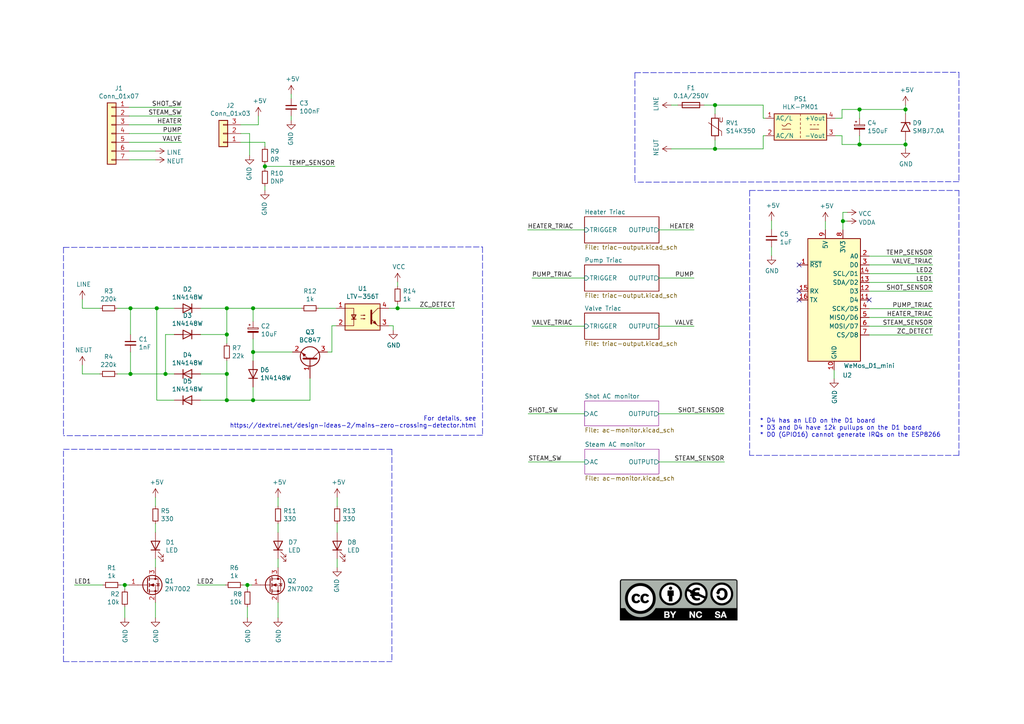
<source format=kicad_sch>
(kicad_sch (version 20201015) (generator eeschema)
  (page 1 6)
  (paper "A4")
  (lib_symbols
    (symbol "Connector_Generic:Conn_01x03" (pin_names (offset 1.016) hide)
      (property "Reference" "J" (at 0 5.08 0))
      (property "Value" "Conn_01x03" (at 0 -5.08 0))
      (symbol "Conn_01x03_1_1"
        (rectangle (start -1.27 -2.413) (end 0 -2.667) (stroke (width 0.1524)))
        (rectangle (start -1.27 2.667) (end 0 2.413) (stroke (width 0.1524)))
        (rectangle (start -1.27 3.81) (end 1.27 -3.81) (stroke (width 0.254)) (fill (type background)))
        (rectangle (start -1.27 0.127) (end 0 -0.127) (stroke (width 0.1524)))
        (pin passive line (at -5.08 2.54 0) (length 3.81) (name "Pin_1") (number "1"))
        (pin passive line (at -5.08 0 0) (length 3.81) (name "Pin_2") (number "2"))
        (pin passive line (at -5.08 -2.54 0) (length 3.81) (name "Pin_3") (number "3"))
      )
    )
    (symbol "Connector_Generic:Conn_01x07" (pin_names (offset 1.016) hide)
      (property "Reference" "J" (at 0 10.16 0))
      (property "Value" "Conn_01x07" (at 0 -10.16 0))
      (symbol "Conn_01x07_1_1"
        (rectangle (start -1.27 -4.953) (end 0 -5.207) (stroke (width 0.1524)))
        (rectangle (start -1.27 -7.493) (end 0 -7.747) (stroke (width 0.1524)))
        (rectangle (start -1.27 -2.413) (end 0 -2.667) (stroke (width 0.1524)))
        (rectangle (start -1.27 2.667) (end 0 2.413) (stroke (width 0.1524)))
        (rectangle (start -1.27 5.207) (end 0 4.953) (stroke (width 0.1524)))
        (rectangle (start -1.27 7.747) (end 0 7.493) (stroke (width 0.1524)))
        (rectangle (start -1.27 8.89) (end 1.27 -8.89) (stroke (width 0.254)) (fill (type background)))
        (rectangle (start -1.27 0.127) (end 0 -0.127) (stroke (width 0.1524)))
        (pin passive line (at -5.08 7.62 0) (length 3.81) (name "Pin_1") (number "1"))
        (pin passive line (at -5.08 5.08 0) (length 3.81) (name "Pin_2") (number "2"))
        (pin passive line (at -5.08 2.54 0) (length 3.81) (name "Pin_3") (number "3"))
        (pin passive line (at -5.08 0 0) (length 3.81) (name "Pin_4") (number "4"))
        (pin passive line (at -5.08 -2.54 0) (length 3.81) (name "Pin_5") (number "5"))
        (pin passive line (at -5.08 -5.08 0) (length 3.81) (name "Pin_6") (number "6"))
        (pin passive line (at -5.08 -7.62 0) (length 3.81) (name "Pin_7") (number "7"))
      )
    )
    (symbol "Converter_ACDC:HLK-PM01"
      (property "Reference" "PS" (at 0 5.08 0))
      (property "Value" "HLK-PM01" (at 0 -5.08 0))
      (symbol "HLK-PM01_0_1"
        (arc (start -5.334 0.635) (end -4.064 0.635) (radius (at -4.699 0.9652) (length 0.7112) (angles -152.5 -27.5)))
        (arc (start -2.794 0.635) (end -4.064 0.635) (radius (at -3.429 0.2794) (length 0.7366) (angles 29.2 150.8)))
        (rectangle (start -7.62 3.81) (end 7.62 -3.81) (stroke (width 0.254)) (fill (type background)))
        (polyline (pts (xy -5.334 -0.635) (xy -2.794 -0.635)))
        (polyline (pts (xy 0 -2.54) (xy 0 -3.175)))
        (polyline (pts (xy 0 -1.27) (xy 0 -1.905)))
        (polyline (pts (xy 0 0) (xy 0 -0.635)))
        (polyline (pts (xy 0 1.27) (xy 0 0.635)))
        (polyline (pts (xy 0 2.54) (xy 0 1.905)))
        (polyline (pts (xy 0 3.81) (xy 0 3.175)))
        (polyline (pts (xy 2.794 -0.635) (xy 5.334 -0.635)))
        (polyline (pts (xy 2.794 0.635) (xy 3.302 0.635)))
        (polyline (pts (xy 3.81 0.635) (xy 4.318 0.635)))
        (polyline (pts (xy 4.826 0.635) (xy 5.334 0.635)))
      )
      (symbol "HLK-PM01_1_1"
        (pin power_in line (at -10.16 2.54 0) (length 2.54) (name "AC/L") (number "1"))
        (pin power_in line (at -10.16 -2.54 0) (length 2.54) (name "AC/N") (number "2"))
        (pin power_out line (at 10.16 -2.54 180) (length 2.54) (name "-Vout") (number "3"))
        (pin power_out line (at 10.16 2.54 180) (length 2.54) (name "+Vout") (number "4"))
      )
    )
    (symbol "Device:CP_Small" (pin_numbers hide) (pin_names (offset 0.254) hide)
      (property "Reference" "C" (at 0.254 1.778 0))
      (property "Value" "CP_Small" (at 0.254 -2.032 0))
      (symbol "CP_Small_0_1"
        (rectangle (start -1.524 -0.3048) (end 1.524 -0.6858) (fill (type outline)))
        (rectangle (start -1.524 0.6858) (end 1.524 0.3048))
        (polyline (pts (xy -1.27 1.524) (xy -0.762 1.524)))
        (polyline (pts (xy -1.016 1.27) (xy -1.016 1.778)))
      )
      (symbol "CP_Small_1_1"
        (pin passive line (at 0 2.54 270) (length 1.8542) (name "~") (number "1"))
        (pin passive line (at 0 -2.54 90) (length 1.8542) (name "~") (number "2"))
      )
    )
    (symbol "Device:C_Small" (pin_numbers hide) (pin_names (offset 0.254) hide)
      (property "Reference" "C" (at 0.254 1.778 0))
      (property "Value" "C_Small" (at 0.254 -2.032 0))
      (symbol "C_Small_0_1"
        (polyline (pts (xy -1.524 -0.508) (xy 1.524 -0.508)) (stroke (width 0.3302)))
        (polyline (pts (xy -1.524 0.508) (xy 1.524 0.508)) (stroke (width 0.3048)))
      )
      (symbol "C_Small_1_1"
        (pin passive line (at 0 2.54 270) (length 2.032) (name "~") (number "1"))
        (pin passive line (at 0 -2.54 90) (length 2.032) (name "~") (number "2"))
      )
    )
    (symbol "Device:Fuse" (pin_numbers hide) (pin_names (offset 0))
      (property "Reference" "F" (at 2.032 0 90))
      (property "Value" "Fuse" (at -1.905 0 90))
      (symbol "Fuse_0_1"
        (rectangle (start -0.762 -2.54) (end 0.762 2.54) (stroke (width 0.254)))
        (polyline (pts (xy 0 2.54) (xy 0 -2.54)))
      )
      (symbol "Fuse_1_1"
        (pin passive line (at 0 3.81 270) (length 1.27) (name "~") (number "1"))
        (pin passive line (at 0 -3.81 90) (length 1.27) (name "~") (number "2"))
      )
    )
    (symbol "Device:LED" (pin_numbers hide) (pin_names (offset 1.016) hide)
      (property "Reference" "D" (at 0 2.54 0))
      (property "Value" "LED" (at 0 -2.54 0))
      (symbol "LED_0_1"
        (polyline (pts (xy -1.27 -1.27) (xy -1.27 1.27)) (stroke (width 0.254)))
        (polyline (pts (xy -1.27 0) (xy 1.27 0)))
        (polyline (pts (xy 1.27 -1.27) (xy 1.27 1.27) (xy -1.27 0) (xy 1.27 -1.27)) (stroke (width 0.254)))
        (polyline (pts (xy -3.048 -0.762) (xy -4.572 -2.286) (xy -3.81 -2.286) (xy -4.572 -2.286) (xy -4.572 -1.524)))
        (polyline (pts (xy -1.778 -0.762) (xy -3.302 -2.286) (xy -2.54 -2.286) (xy -3.302 -2.286) (xy -3.302 -1.524)))
      )
      (symbol "LED_1_1"
        (pin passive line (at -3.81 0 0) (length 2.54) (name "K") (number "1"))
        (pin passive line (at 3.81 0 180) (length 2.54) (name "A") (number "2"))
      )
    )
    (symbol "Device:R_Small" (pin_numbers hide) (pin_names (offset 0.254) hide)
      (property "Reference" "R" (at 0.762 0.508 0))
      (property "Value" "R_Small" (at 0.762 -1.016 0))
      (symbol "R_Small_0_1"
        (rectangle (start -0.762 1.778) (end 0.762 -1.778) (stroke (width 0.2032)))
      )
      (symbol "R_Small_1_1"
        (pin passive line (at 0 2.54 270) (length 0.762) (name "~") (number "1"))
        (pin passive line (at 0 -2.54 90) (length 0.762) (name "~") (number "2"))
      )
    )
    (symbol "Device:Varistor" (pin_numbers hide) (pin_names (offset 0))
      (property "Reference" "RV" (at 3.175 0 90))
      (property "Value" "Varistor" (at -3.175 0 90))
      (symbol "Varistor_0_0"
        (text "U" (at -1.778 -2.032 0) (effects (font (size 1.27 1.27))))
      )
      (symbol "Varistor_0_1"
        (rectangle (start -1.016 -2.54) (end 1.016 2.54) (stroke (width 0.254)))
        (polyline (pts (xy -1.905 2.54) (xy -1.905 1.27) (xy 1.905 -1.27)))
      )
      (symbol "Varistor_1_1"
        (pin passive line (at 0 3.81 270) (length 1.27) (name "~") (number "1"))
        (pin passive line (at 0 -3.81 90) (length 1.27) (name "~") (number "2"))
      )
    )
    (symbol "Diode:1N4148W" (pin_numbers hide) (pin_names (offset 1.016) hide)
      (property "Reference" "D" (at 0 2.54 0))
      (property "Value" "1N4148W" (at 0 -2.54 0))
      (symbol "1N4148W_0_1"
        (polyline (pts (xy -1.27 1.27) (xy -1.27 -1.27)) (stroke (width 0.254)))
        (polyline (pts (xy 1.27 0) (xy -1.27 0)))
        (polyline (pts (xy 1.27 1.27) (xy 1.27 -1.27) (xy -1.27 0) (xy 1.27 1.27)) (stroke (width 0.254)))
      )
      (symbol "1N4148W_1_1"
        (pin passive line (at -3.81 0 0) (length 2.54) (name "K") (number "1"))
        (pin passive line (at 3.81 0 180) (length 2.54) (name "A") (number "2"))
      )
    )
    (symbol "Diode:SM6T7V5A" (pin_numbers hide) (pin_names (offset 1.016) hide)
      (property "Reference" "D" (at 0 2.54 0))
      (property "Value" "SM6T7V5A" (at 0 -2.54 0))
      (symbol "SM6T7V5A_0_1"
        (polyline (pts (xy -0.762 1.27) (xy -1.27 1.27) (xy -1.27 -1.27)) (stroke (width 0.254)))
        (polyline (pts (xy 1.27 1.27) (xy 1.27 -1.27) (xy -1.27 0) (xy 1.27 1.27)) (stroke (width 0.254)))
      )
      (symbol "SM6T7V5A_1_1"
        (pin passive line (at -3.81 0 0) (length 2.54) (name "A1") (number "1"))
        (pin passive line (at 3.81 0 180) (length 2.54) (name "A2") (number "2"))
      )
    )
    (symbol "Isolator:LTV-356T" (pin_names (offset 1.016))
      (property "Reference" "U" (at -5.334 4.826 0))
      (property "Value" "LTV-356T" (at 0 5.08 0))
      (symbol "LTV-356T_0_1"
        (rectangle (start -5.08 3.81) (end 5.08 -3.81) (stroke (width 0.254)) (fill (type background)))
        (polyline (pts (xy -3.175 -0.635) (xy -1.905 -0.635)) (stroke (width 0.254)))
        (polyline (pts (xy 2.54 0.635) (xy 4.445 2.54)))
        (polyline (pts (xy 4.445 -2.54) (xy 2.54 -0.635)) (fill (type outline)))
        (polyline (pts (xy 4.445 -2.54) (xy 5.08 -2.54)))
        (polyline (pts (xy 4.445 2.54) (xy 5.08 2.54)))
        (polyline (pts (xy -5.08 2.54) (xy -2.54 2.54) (xy -2.54 -0.762)))
        (polyline (pts (xy -2.54 -0.635) (xy -2.54 -2.54) (xy -5.08 -2.54)))
        (polyline (pts (xy 2.54 1.905) (xy 2.54 -1.905) (xy 2.54 -1.905)) (stroke (width 0.508)))
        (polyline (pts (xy -2.54 -0.635) (xy -3.175 0.635) (xy -1.905 0.635) (xy -2.54 -0.635)) (stroke (width 0.254)))
        (polyline (pts (xy -0.508 -0.508) (xy 0.762 -0.508) (xy 0.381 -0.635) (xy 0.381 -0.381) (xy 0.762 -0.508)))
        (polyline (pts (xy -0.508 0.508) (xy 0.762 0.508) (xy 0.381 0.381) (xy 0.381 0.635) (xy 0.762 0.508)))
        (polyline (pts (xy 3.048 -1.651) (xy 3.556 -1.143) (xy 4.064 -2.159) (xy 3.048 -1.651) (xy 3.048 -1.651)) (fill (type outline)))
      )
      (symbol "LTV-356T_1_1"
        (pin passive line (at -7.62 2.54 0) (length 2.54) (name "~") (number "1"))
        (pin passive line (at -7.62 -2.54 0) (length 2.54) (name "~") (number "2"))
        (pin passive line (at 7.62 -2.54 180) (length 2.54) (name "~") (number "3"))
        (pin passive line (at 7.62 2.54 180) (length 2.54) (name "~") (number "4"))
      )
    )
    (symbol "MCU_Module:WeMos_D1_mini"
      (property "Reference" "U" (at 3.81 19.05 0))
      (property "Value" "WeMos_D1_mini" (at 1.27 -19.05 0))
      (symbol "WeMos_D1_mini_1_1"
        (rectangle (start -7.62 17.78) (end 7.62 -17.78) (stroke (width 0.254)) (fill (type background)))
        (pin input line (at -10.16 10.16 0) (length 2.54) (name "~RST") (number "1"))
        (pin power_in line (at 0 -20.32 90) (length 2.54) (name "GND") (number "10"))
        (pin bidirectional line (at 10.16 0 180) (length 2.54) (name "D4") (number "11"))
        (pin bidirectional line (at 10.16 2.54 180) (length 2.54) (name "D3") (number "12"))
        (pin bidirectional line (at 10.16 5.08 180) (length 2.54) (name "SDA/D2") (number "13"))
        (pin bidirectional line (at 10.16 7.62 180) (length 2.54) (name "SCL/D1") (number "14"))
        (pin input line (at -10.16 2.54 0) (length 2.54) (name "RX") (number "15"))
        (pin output line (at -10.16 0 0) (length 2.54) (name "TX") (number "16"))
        (pin input line (at 10.16 12.7 180) (length 2.54) (name "A0") (number "2"))
        (pin bidirectional line (at 10.16 10.16 180) (length 2.54) (name "D0") (number "3"))
        (pin bidirectional line (at 10.16 -2.54 180) (length 2.54) (name "SCK/D5") (number "4"))
        (pin bidirectional line (at 10.16 -5.08 180) (length 2.54) (name "MISO/D6") (number "5"))
        (pin bidirectional line (at 10.16 -7.62 180) (length 2.54) (name "MOSI/D7") (number "6"))
        (pin bidirectional line (at 10.16 -10.16 180) (length 2.54) (name "CS/D8") (number "7"))
        (pin power_out line (at 2.54 20.32 270) (length 2.54) (name "3V3") (number "8"))
        (pin power_in line (at -2.54 20.32 270) (length 2.54) (name "5V") (number "9"))
      )
    )
    (symbol "Transistor_BJT:BC847" (pin_names (offset 0) hide)
      (property "Reference" "Q" (at 5.08 1.905 0))
      (property "Value" "BC847" (at 5.08 0 0))
      (symbol "BC847_0_1"
        (circle (center 1.27 0) (radius 2.8194) (stroke (width 0.254)))
        (polyline (pts (xy 0.635 0.635) (xy 2.54 2.54)))
        (polyline (pts (xy 0.635 -0.635) (xy 2.54 -2.54) (xy 2.54 -2.54)))
        (polyline (pts (xy 0.635 1.905) (xy 0.635 -1.905) (xy 0.635 -1.905)) (stroke (width 0.508)))
        (polyline (pts (xy 1.27 -1.778) (xy 1.778 -1.27) (xy 2.286 -2.286) (xy 1.27 -1.778) (xy 1.27 -1.778)) (fill (type outline)))
      )
      (symbol "BC847_1_1"
        (pin input line (at -5.08 0 0) (length 5.715) (name "B") (number "1"))
        (pin passive line (at 2.54 -5.08 90) (length 2.54) (name "E") (number "2"))
        (pin passive line (at 2.54 5.08 270) (length 2.54) (name "C") (number "3"))
      )
    )
    (symbol "Transistor_FET:2N7002" (pin_names hide)
      (property "Reference" "Q" (at 5.08 1.905 0))
      (property "Value" "2N7002" (at 5.08 0 0))
      (symbol "2N7002_0_1"
        (circle (center 1.651 0) (radius 2.794) (stroke (width 0.254)))
        (circle (center 2.54 -1.778) (radius 0.254) (fill (type outline)))
        (circle (center 2.54 1.778) (radius 0.254) (fill (type outline)))
        (polyline (pts (xy 0.254 0) (xy -2.54 0)))
        (polyline (pts (xy 0.254 1.905) (xy 0.254 -1.905)) (stroke (width 0.254)))
        (polyline (pts (xy 0.762 -1.27) (xy 0.762 -2.286)) (stroke (width 0.254)))
        (polyline (pts (xy 0.762 0.508) (xy 0.762 -0.508)) (stroke (width 0.254)))
        (polyline (pts (xy 0.762 2.286) (xy 0.762 1.27)) (stroke (width 0.254)))
        (polyline (pts (xy 2.54 2.54) (xy 2.54 1.778)))
        (polyline (pts (xy 2.54 -2.54) (xy 2.54 0) (xy 0.762 0)))
        (polyline (pts (xy 0.762 -1.778) (xy 3.302 -1.778) (xy 3.302 1.778) (xy 0.762 1.778)))
        (polyline (pts (xy 1.016 0) (xy 2.032 0.381) (xy 2.032 -0.381) (xy 1.016 0)) (fill (type outline)))
        (polyline (pts (xy 2.794 0.508) (xy 2.921 0.381) (xy 3.683 0.381) (xy 3.81 0.254)))
        (polyline (pts (xy 3.302 0.381) (xy 2.921 -0.254) (xy 3.683 -0.254) (xy 3.302 0.381)))
      )
      (symbol "2N7002_1_1"
        (pin input line (at -5.08 0 0) (length 2.54) (name "G") (number "1"))
        (pin passive line (at 2.54 -5.08 90) (length 2.54) (name "S") (number "2"))
        (pin passive line (at 2.54 5.08 270) (length 2.54) (name "D") (number "3"))
      )
    )
    (symbol "power:+5V" (power) (pin_names (offset 0))
      (property "Value" "+5V" (at 0 3.556 0))
      (symbol "+5V_0_1"
        (polyline (pts (xy -0.762 1.27) (xy 0 2.54)))
        (polyline (pts (xy 0 0) (xy 0 2.54)))
        (polyline (pts (xy 0 2.54) (xy 0.762 1.27)))
      )
      (symbol "+5V_1_1"
        (pin power_in line (at 0 0 90) (length 0) hide (name "+5V") (number "1"))
      )
    )
    (symbol "power:GND" (power) (pin_names (offset 0))
      (property "Value" "GND" (at 0 -3.81 0))
      (symbol "GND_0_1"
        (polyline (pts (xy 0 0) (xy 0 -1.27) (xy 1.27 -1.27) (xy 0 -2.54) (xy -1.27 -1.27) (xy 0 -1.27)))
      )
      (symbol "GND_1_1"
        (pin power_in line (at 0 0 270) (length 0) hide (name "GND") (number "1"))
      )
    )
    (symbol "power:LINE" (power) (pin_names (offset 0))
      (property "Value" "LINE" (at 0 3.81 0))
      (symbol "LINE_0_1"
        (polyline (pts (xy -0.762 1.27) (xy 0 2.54)))
        (polyline (pts (xy 0 0) (xy 0 2.54)))
        (polyline (pts (xy 0 2.54) (xy 0.762 1.27)))
      )
      (symbol "LINE_1_1"
        (pin power_in line (at 0 0 90) (length 0) hide (name "LINE") (number "1"))
      )
    )
    (symbol "power:NEUT" (power) (pin_names (offset 0))
      (property "Value" "NEUT" (at 0 3.81 0))
      (symbol "NEUT_0_1"
        (polyline (pts (xy -0.762 1.27) (xy 0 2.54)))
        (polyline (pts (xy 0 0) (xy 0 2.54)))
        (polyline (pts (xy 0 2.54) (xy 0.762 1.27)))
      )
      (symbol "NEUT_1_1"
        (pin power_in line (at 0 0 90) (length 0) hide (name "NEUT") (number "1"))
      )
    )
    (symbol "power:VCC" (power) (pin_names (offset 0))
      (property "Value" "VCC" (at 0 3.81 0))
      (symbol "VCC_0_1"
        (polyline (pts (xy -0.762 1.27) (xy 0 2.54)))
        (polyline (pts (xy 0 0) (xy 0 2.54)))
        (polyline (pts (xy 0 2.54) (xy 0.762 1.27)))
      )
      (symbol "VCC_1_1"
        (pin power_in line (at 0 0 90) (length 0) hide (name "VCC") (number "1"))
      )
    )
    (symbol "power:VDDA" (power) (pin_names (offset 0))
      (property "Value" "VDDA" (at 0 3.81 0))
      (symbol "VDDA_0_1"
        (polyline (pts (xy -0.762 1.27) (xy 0 2.54)))
        (polyline (pts (xy 0 0) (xy 0 2.54)))
        (polyline (pts (xy 0 2.54) (xy 0.762 1.27)))
      )
      (symbol "VDDA_1_1"
        (pin power_in line (at 0 0 90) (length 0) hide (name "VDDA") (number "1"))
      )
    )
  )
  (junction (at 36.195 169.672) (diameter 1.016))
  (junction (at 37.846 89.408) (diameter 1.016))
  (junction (at 37.846 108.458) (diameter 1.016))
  (junction (at 45.466 89.408) (diameter 1.016))
  (junction (at 48.006 108.458) (diameter 1.016))
  (junction (at 65.786 89.408) (diameter 1.016))
  (junction (at 65.786 97.028) (diameter 1.016))
  (junction (at 65.786 108.458) (diameter 1.016))
  (junction (at 65.786 116.078) (diameter 1.016))
  (junction (at 71.755 169.672) (diameter 1.016))
  (junction (at 73.406 89.408) (diameter 1.016))
  (junction (at 73.406 102.108) (diameter 1.016))
  (junction (at 73.406 116.078) (diameter 1.016))
  (junction (at 76.835 48.26) (diameter 1.016))
  (junction (at 115.316 89.408) (diameter 1.016))
  (junction (at 207.391 30.48) (diameter 1.016))
  (junction (at 207.391 43.18) (diameter 1.016))
  (junction (at 244.475 64.135) (diameter 1.016))
  (junction (at 249.301 31.75) (diameter 1.016))
  (junction (at 249.301 41.91) (diameter 1.016))
  (junction (at 262.636 31.75) (diameter 1.016))
  (junction (at 262.636 41.91) (diameter 1.016))
  (no_connect (at 231.775 86.995))
  (no_connect (at 231.775 84.455))
  (no_connect (at 231.775 76.835))
  (no_connect (at 252.095 86.995))
  (wire (pts (xy 21.59 169.672) (xy 29.845 169.672)))
  (wire (pts (xy 23.876 89.408) (xy 23.876 86.868)))
  (wire (pts (xy 23.876 108.458) (xy 23.876 105.918)))
  (wire (pts (xy 28.956 89.408) (xy 23.876 89.408)))
  (wire (pts (xy 28.956 108.458) (xy 23.876 108.458)))
  (wire (pts (xy 34.036 89.408) (xy 37.846 89.408)))
  (wire (pts (xy 34.036 108.458) (xy 37.846 108.458)))
  (wire (pts (xy 34.925 169.672) (xy 36.195 169.672)))
  (wire (pts (xy 36.195 169.672) (xy 37.465 169.672)))
  (wire (pts (xy 36.195 170.942) (xy 36.195 169.672)))
  (wire (pts (xy 36.195 176.022) (xy 36.195 179.197)))
  (wire (pts (xy 37.465 31.115) (xy 52.705 31.115)))
  (wire (pts (xy 37.465 33.655) (xy 52.705 33.655)))
  (wire (pts (xy 37.465 36.195) (xy 52.705 36.195)))
  (wire (pts (xy 37.465 38.735) (xy 52.705 38.735)))
  (wire (pts (xy 37.465 41.275) (xy 52.705 41.275)))
  (wire (pts (xy 37.465 43.815) (xy 45.085 43.815)))
  (wire (pts (xy 37.465 46.355) (xy 45.085 46.355)))
  (wire (pts (xy 37.846 89.408) (xy 37.846 97.028)))
  (wire (pts (xy 37.846 89.408) (xy 45.466 89.408)))
  (wire (pts (xy 37.846 102.108) (xy 37.846 108.458)))
  (wire (pts (xy 37.846 108.458) (xy 48.006 108.458)))
  (wire (pts (xy 45.085 144.272) (xy 45.085 146.812)))
  (wire (pts (xy 45.085 151.892) (xy 45.085 154.432)))
  (wire (pts (xy 45.085 162.052) (xy 45.085 164.592)))
  (wire (pts (xy 45.085 174.752) (xy 45.085 179.197)))
  (wire (pts (xy 45.466 89.408) (xy 50.546 89.408)))
  (wire (pts (xy 45.466 116.078) (xy 45.466 89.408)))
  (wire (pts (xy 45.466 116.078) (xy 50.546 116.078)))
  (wire (pts (xy 48.006 97.028) (xy 50.546 97.028)))
  (wire (pts (xy 48.006 108.458) (xy 48.006 97.028)))
  (wire (pts (xy 48.006 108.458) (xy 50.546 108.458)))
  (wire (pts (xy 57.15 169.672) (xy 65.405 169.672)))
  (wire (pts (xy 58.166 89.408) (xy 65.786 89.408)))
  (wire (pts (xy 58.166 97.028) (xy 65.786 97.028)))
  (wire (pts (xy 58.166 108.458) (xy 65.786 108.458)))
  (wire (pts (xy 58.166 116.078) (xy 65.786 116.078)))
  (wire (pts (xy 65.786 89.408) (xy 65.786 97.028)))
  (wire (pts (xy 65.786 89.408) (xy 73.406 89.408)))
  (wire (pts (xy 65.786 97.028) (xy 65.786 99.568)))
  (wire (pts (xy 65.786 108.458) (xy 65.786 104.648)))
  (wire (pts (xy 65.786 116.078) (xy 65.786 108.458)))
  (wire (pts (xy 65.786 116.078) (xy 73.406 116.078)))
  (wire (pts (xy 69.85 36.195) (xy 74.93 36.195)))
  (wire (pts (xy 69.85 38.735) (xy 72.39 38.735)))
  (wire (pts (xy 69.85 41.275) (xy 76.835 41.275)))
  (wire (pts (xy 70.485 169.672) (xy 71.755 169.672)))
  (wire (pts (xy 71.755 169.672) (xy 73.025 169.672)))
  (wire (pts (xy 71.755 170.942) (xy 71.755 169.672)))
  (wire (pts (xy 71.755 176.022) (xy 71.755 179.197)))
  (wire (pts (xy 72.39 38.735) (xy 72.39 45.085)))
  (wire (pts (xy 73.406 89.408) (xy 73.406 93.218)))
  (wire (pts (xy 73.406 89.408) (xy 87.376 89.408)))
  (wire (pts (xy 73.406 98.298) (xy 73.406 102.108)))
  (wire (pts (xy 73.406 102.108) (xy 73.406 104.648)))
  (wire (pts (xy 73.406 116.078) (xy 73.406 112.268)))
  (wire (pts (xy 73.406 116.078) (xy 89.916 116.078)))
  (wire (pts (xy 74.93 36.195) (xy 74.93 33.655)))
  (wire (pts (xy 76.835 41.275) (xy 76.835 42.545)))
  (wire (pts (xy 76.835 47.625) (xy 76.835 48.26)))
  (wire (pts (xy 76.835 48.26) (xy 76.835 48.895)))
  (wire (pts (xy 76.835 48.26) (xy 97.155 48.26)))
  (wire (pts (xy 76.835 53.975) (xy 76.835 55.245)))
  (wire (pts (xy 80.645 144.272) (xy 80.645 146.812)))
  (wire (pts (xy 80.645 151.892) (xy 80.645 154.432)))
  (wire (pts (xy 80.645 162.052) (xy 80.645 164.592)))
  (wire (pts (xy 80.645 174.752) (xy 80.645 179.197)))
  (wire (pts (xy 84.455 27.305) (xy 84.455 28.575)))
  (wire (pts (xy 84.455 33.655) (xy 84.455 34.925)))
  (wire (pts (xy 84.836 102.108) (xy 73.406 102.108)))
  (wire (pts (xy 89.916 116.078) (xy 89.916 109.728)))
  (wire (pts (xy 92.456 89.408) (xy 97.536 89.408)))
  (wire (pts (xy 94.996 102.108) (xy 96.266 102.108)))
  (wire (pts (xy 96.266 94.488) (xy 97.536 94.488)))
  (wire (pts (xy 96.266 102.108) (xy 96.266 94.488)))
  (wire (pts (xy 97.79 144.272) (xy 97.79 146.812)))
  (wire (pts (xy 97.79 151.892) (xy 97.79 154.432)))
  (wire (pts (xy 97.79 162.052) (xy 97.79 164.592)))
  (wire (pts (xy 112.776 89.408) (xy 115.316 89.408)))
  (wire (pts (xy 112.776 94.488) (xy 114.046 94.488)))
  (wire (pts (xy 114.046 94.488) (xy 114.046 95.758)))
  (wire (pts (xy 115.316 83.058) (xy 115.316 81.788)))
  (wire (pts (xy 115.316 88.138) (xy 115.316 89.408)))
  (wire (pts (xy 115.316 89.408) (xy 131.826 89.408)))
  (wire (pts (xy 153.035 66.675) (xy 169.545 66.675)))
  (wire (pts (xy 153.1874 120.015) (xy 169.545 120.015)))
  (wire (pts (xy 153.2382 133.985) (xy 169.5958 133.985)))
  (wire (pts (xy 169.545 80.645) (xy 154.305 80.645)))
  (wire (pts (xy 169.545 94.615) (xy 154.305 94.615)))
  (wire (pts (xy 191.0842 120.015) (xy 210.0834 120.015)))
  (wire (pts (xy 191.135 66.675) (xy 201.295 66.675)))
  (wire (pts (xy 191.135 80.645) (xy 201.295 80.645)))
  (wire (pts (xy 191.135 94.615) (xy 201.295 94.615)))
  (wire (pts (xy 191.135 133.985) (xy 210.1342 133.985)))
  (wire (pts (xy 194.691 30.48) (xy 196.596 30.48)))
  (wire (pts (xy 194.691 43.18) (xy 207.391 43.18)))
  (wire (pts (xy 204.216 30.48) (xy 207.391 30.48)))
  (wire (pts (xy 207.391 30.48) (xy 207.391 33.02)))
  (wire (pts (xy 207.391 30.48) (xy 221.361 30.48)))
  (wire (pts (xy 207.391 40.64) (xy 207.391 43.18)))
  (wire (pts (xy 207.391 43.18) (xy 221.361 43.18)))
  (wire (pts (xy 221.361 34.29) (xy 221.361 30.48)))
  (wire (pts (xy 221.361 34.29) (xy 221.996 34.29)))
  (wire (pts (xy 221.361 39.37) (xy 221.361 43.18)))
  (wire (pts (xy 221.996 39.37) (xy 221.361 39.37)))
  (wire (pts (xy 223.774 64.008) (xy 223.774 66.548)))
  (wire (pts (xy 223.774 71.628) (xy 223.774 74.168)))
  (wire (pts (xy 239.395 64.135) (xy 239.395 66.675)))
  (wire (pts (xy 241.935 107.315) (xy 241.935 109.855)))
  (wire (pts (xy 242.316 34.29) (xy 244.221 34.29)))
  (wire (pts (xy 242.316 39.37) (xy 244.221 39.37)))
  (wire (pts (xy 244.221 31.75) (xy 244.221 34.29)))
  (wire (pts (xy 244.221 31.75) (xy 249.301 31.75)))
  (wire (pts (xy 244.221 39.37) (xy 244.221 41.91)))
  (wire (pts (xy 244.221 41.91) (xy 249.301 41.91)))
  (wire (pts (xy 244.475 61.595) (xy 245.745 61.595)))
  (wire (pts (xy 244.475 64.135) (xy 244.475 61.595)))
  (wire (pts (xy 244.475 64.135) (xy 244.475 66.675)))
  (wire (pts (xy 244.475 64.135) (xy 245.745 64.135)))
  (wire (pts (xy 249.301 31.75) (xy 249.301 34.29)))
  (wire (pts (xy 249.301 31.75) (xy 262.636 31.75)))
  (wire (pts (xy 249.301 39.37) (xy 249.301 41.91)))
  (wire (pts (xy 249.301 41.91) (xy 262.636 41.91)))
  (wire (pts (xy 252.095 74.295) (xy 270.51 74.295)))
  (wire (pts (xy 252.095 76.835) (xy 270.51 76.835)))
  (wire (pts (xy 252.095 79.375) (xy 270.51 79.375)))
  (wire (pts (xy 252.095 81.915) (xy 270.51 81.915)))
  (wire (pts (xy 252.095 84.455) (xy 270.51 84.455)))
  (wire (pts (xy 252.095 89.535) (xy 270.51 89.535)))
  (wire (pts (xy 252.095 92.075) (xy 270.51 92.075)))
  (wire (pts (xy 252.095 94.615) (xy 270.51 94.615)))
  (wire (pts (xy 252.095 97.155) (xy 270.51 97.155)))
  (wire (pts (xy 262.636 31.75) (xy 262.636 30.48)))
  (wire (pts (xy 262.636 33.02) (xy 262.636 31.75)))
  (wire (pts (xy 262.636 40.64) (xy 262.636 41.91)))
  (wire (pts (xy 262.636 41.91) (xy 262.636 43.18)))
  (polyline (pts (xy 18.415 71.755) (xy 18.415 126.365)) (stroke (width 0) (type dash)))
  (polyline (pts (xy 18.415 71.755) (xy 139.954 71.628)) (stroke (width 0) (type dash)))
  (polyline (pts (xy 18.415 130.302) (xy 113.665 130.302)) (stroke (width 0) (type dash)))
  (polyline (pts (xy 18.415 191.897) (xy 18.415 130.302)) (stroke (width 0) (type dash)))
  (polyline (pts (xy 18.415 191.897) (xy 113.665 191.897)) (stroke (width 0) (type dash)))
  (polyline (pts (xy 113.665 130.302) (xy 113.665 191.897)) (stroke (width 0) (type dash)))
  (polyline (pts (xy 139.954 71.628) (xy 139.954 126.238)) (stroke (width 0) (type dash)))
  (polyline (pts (xy 139.954 126.238) (xy 18.415 126.365)) (stroke (width 0) (type dash)))
  (polyline (pts (xy 184.15 21.082) (xy 184.15 52.832)) (stroke (width 0) (type dash)))
  (polyline (pts (xy 184.15 21.082) (xy 278.13 20.955)) (stroke (width 0) (type dash)))
  (polyline (pts (xy 217.424 55.245) (xy 217.424 132.08)) (stroke (width 0) (type dash)))
  (polyline (pts (xy 217.424 55.245) (xy 278.13 55.245)) (stroke (width 0) (type dash)))
  (polyline (pts (xy 278.13 20.955) (xy 278.13 52.705)) (stroke (width 0) (type dash)))
  (polyline (pts (xy 278.13 52.705) (xy 184.15 52.832)) (stroke (width 0) (type dash)))
  (polyline (pts (xy 278.13 55.245) (xy 278.13 132.08)) (stroke (width 0) (type dash)))
  (polyline (pts (xy 278.13 132.08) (xy 217.424 132.08)) (stroke (width 0) (type dash)))
  (image (at 196.85 173.99))
  (text "For details, see\nhttps://dextrel.net/design-ideas-2/mains-zero-crossing-detector.html\n" (at 138.176 124.333 0) (effects (font (size 1.27 1.27)) (justify right bottom)))
  (text "* D4 has an LED on the D1 board\n* D3 and D4 have 12k pullups on the D1 board\n* D0 (GPIO16) cannot generate IRQs on the ESP8266\n" (at 220.345 127 0) (effects (font (size 1.27 1.27)) (justify left bottom)))
  (label "LED1" (at 21.59 169.672 0))
  (label "SHOT_SW" (at 52.705 31.115 180))
  (label "STEAM_SW" (at 52.705 33.655 180))
  (label "HEATER" (at 52.705 36.195 180))
  (label "PUMP" (at 52.705 38.735 180))
  (label "VALVE" (at 52.705 41.275 180))
  (label "LED2" (at 57.15 169.672 0))
  (label "TEMP_SENSOR" (at 97.155 48.26 180))
  (label "ZC_DETECT" (at 121.666 89.408 0))
  (label "HEATER_TRIAC" (at 153.035 66.675 0))
  (label "SHOT_SW" (at 153.1874 120.015 0))
  (label "STEAM_SW" (at 153.2382 133.985 0))
  (label "PUMP_TRIAC" (at 154.305 80.645 0))
  (label "VALVE_TRIAC" (at 154.305 94.615 0))
  (label "HEATER" (at 201.295 66.675 180))
  (label "PUMP" (at 201.295 80.645 180))
  (label "VALVE" (at 201.295 94.615 180))
  (label "SHOT_SENSOR" (at 210.0834 120.015 180))
  (label "STEAM_SENSOR" (at 210.1342 133.985 180))
  (label "TEMP_SENSOR" (at 270.51 74.295 180))
  (label "VALVE_TRIAC" (at 270.51 76.835 180))
  (label "LED2" (at 270.51 79.375 180))
  (label "LED1" (at 270.51 81.915 180))
  (label "SHOT_SENSOR" (at 270.51 84.455 180))
  (label "PUMP_TRIAC" (at 270.51 89.535 180))
  (label "HEATER_TRIAC" (at 270.51 92.075 180))
  (label "STEAM_SENSOR" (at 270.51 94.615 180))
  (label "ZC_DETECT" (at 270.51 97.155 180))
  (symbol (lib_id "power:LINE") (at 23.876 86.868 0) (unit 1)
    (property "Reference" "#PWR01" (effects hide))
    (property "Value" "LINE" (at 24.257 82.4738 0))
  )
  (symbol (lib_id "power:NEUT") (at 23.876 105.918 0) (unit 1)
    (property "Reference" "#PWR02" (effects hide))
    (property "Value" "NEUT" (at 24.257 101.5238 0))
  )
  (symbol (lib_id "power:LINE") (at 45.085 43.815 270) (unit 1)
    (property "Reference" "#PWR06" (effects hide))
    (property "Value" "LINE" (at 48.3362 44.196 90) (effects (justify left)))
  )
  (symbol (lib_id "power:NEUT") (at 45.085 46.355 270) (unit 1)
    (property "Reference" "#PWR07" (effects hide))
    (property "Value" "NEUT" (at 48.3362 46.736 90) (effects (justify left)))
  )
  (symbol (lib_id "power:+5V") (at 45.085 144.272 0) (unit 1)
    (property "Reference" "#PWR04" (effects hide))
    (property "Value" "+5V" (at 45.466 139.8778 0))
  )
  (symbol (lib_id "power:+5V") (at 74.93 33.655 0) (unit 1)
    (property "Reference" "#PWR010" (effects hide))
    (property "Value" "+5V" (at 75.311 29.2608 0))
  )
  (symbol (lib_id "power:+5V") (at 80.645 144.272 0) (unit 1)
    (property "Reference" "#PWR012" (effects hide))
    (property "Value" "+5V" (at 81.026 139.8778 0))
  )
  (symbol (lib_id "power:+5V") (at 84.455 27.305 0) (unit 1)
    (property "Reference" "#PWR014" (effects hide))
    (property "Value" "+5V" (at 84.836 22.9108 0))
  )
  (symbol (lib_id "power:+5V") (at 97.79 144.272 0) (unit 1)
    (property "Reference" "#PWR016" (effects hide))
    (property "Value" "+5V" (at 98.171 139.8778 0))
  )
  (symbol (lib_id "power:VCC") (at 115.316 81.788 0) (unit 1)
    (property "Reference" "#PWR019" (effects hide))
    (property "Value" "VCC" (at 115.697 77.3938 0))
  )
  (symbol (lib_id "power:LINE") (at 194.691 30.48 90) (unit 1)
    (property "Reference" "#PWR020" (effects hide))
    (property "Value" "LINE" (at 190.2968 30.099 0))
  )
  (symbol (lib_id "power:NEUT") (at 194.691 43.18 90) (unit 1)
    (property "Reference" "#PWR021" (effects hide))
    (property "Value" "NEUT" (at 190.2968 42.799 0))
  )
  (symbol (lib_id "power:+5V") (at 223.774 64.008 0) (unit 1)
    (property "Reference" "#PWR0102" (effects hide))
    (property "Value" "+5V" (at 224.155 59.6138 0))
  )
  (symbol (lib_id "power:+5V") (at 239.395 64.135 0) (unit 1)
    (property "Reference" "#PWR022" (effects hide))
    (property "Value" "+5V" (at 239.776 59.7408 0))
  )
  (symbol (lib_id "power:VCC") (at 245.745 61.595 270) (unit 1)
    (property "Reference" "#PWR024" (effects hide))
    (property "Value" "VCC" (at 248.9962 61.976 90) (effects (justify left)))
  )
  (symbol (lib_id "power:VDDA") (at 245.745 64.135 270) (unit 1)
    (property "Reference" "#PWR025" (effects hide))
    (property "Value" "VDDA" (at 248.9962 64.516 90) (effects (justify left)))
  )
  (symbol (lib_id "power:+5V") (at 262.636 30.48 0) (unit 1)
    (property "Reference" "#PWR026" (effects hide))
    (property "Value" "+5V" (at 263.017 26.0858 0))
  )
  (symbol (lib_id "power:GND") (at 36.195 179.197 0) (unit 1)
    (property "Reference" "#PWR03" (effects hide))
    (property "Value" "GND" (at 36.322 182.4482 90) (effects (justify right)))
  )
  (symbol (lib_id "power:GND") (at 45.085 179.197 0) (unit 1)
    (property "Reference" "#PWR05" (effects hide))
    (property "Value" "GND" (at 45.212 182.4482 90) (effects (justify right)))
  )
  (symbol (lib_id "power:GND") (at 71.755 179.197 0) (unit 1)
    (property "Reference" "#PWR08" (effects hide))
    (property "Value" "GND" (at 71.882 182.4482 90) (effects (justify right)))
  )
  (symbol (lib_id "power:GND") (at 72.39 45.085 0) (mirror y) (unit 1)
    (property "Reference" "#PWR09" (effects hide))
    (property "Value" "GND" (at 72.263 48.3362 90) (effects (justify right)))
  )
  (symbol (lib_id "power:GND") (at 76.835 55.245 0) (mirror y) (unit 1)
    (property "Reference" "#PWR011" (effects hide))
    (property "Value" "GND" (at 76.708 58.4962 90) (effects (justify right)))
  )
  (symbol (lib_id "power:GND") (at 80.645 179.197 0) (unit 1)
    (property "Reference" "#PWR013" (effects hide))
    (property "Value" "GND" (at 80.772 182.4482 90) (effects (justify right)))
  )
  (symbol (lib_id "power:GND") (at 84.455 34.925 0) (mirror y) (unit 1)
    (property "Reference" "#PWR015" (effects hide))
    (property "Value" "GND" (at 84.328 38.1762 90) (effects (justify right)))
  )
  (symbol (lib_id "power:GND") (at 97.79 164.592 0) (mirror y) (unit 1)
    (property "Reference" "#PWR017" (effects hide))
    (property "Value" "GND" (at 97.663 167.8432 90) (effects (justify right)))
  )
  (symbol (lib_id "power:GND") (at 114.046 95.758 0) (unit 1)
    (property "Reference" "#PWR018" (effects hide))
    (property "Value" "GND" (at 114.173 100.1522 0))
  )
  (symbol (lib_id "power:GND") (at 223.774 74.168 0) (unit 1)
    (property "Reference" "#PWR0101" (effects hide))
    (property "Value" "GND" (at 223.901 78.5622 0))
  )
  (symbol (lib_id "power:GND") (at 241.935 109.855 0) (unit 1)
    (property "Reference" "#PWR023" (effects hide))
    (property "Value" "GND" (at 242.062 113.1062 90) (effects (justify right)))
  )
  (symbol (lib_id "power:GND") (at 262.636 43.18 0) (unit 1)
    (property "Reference" "#PWR027" (effects hide))
    (property "Value" "GND" (at 262.763 47.5742 0))
  )
  (symbol (lib_id "Device:R_Small") (at 31.496 89.408 90) (unit 1)
    (property "Reference" "R3" (at 31.496 84.4296 90))
    (property "Value" "220k" (at 31.496 86.741 90))
    (property "Footprint" "Resistor_SMD:R_1206_3216Metric_Pad1.42x1.75mm_HandSolder" (effects hide))
  )
  (symbol (lib_id "Device:R_Small") (at 31.496 108.458 90) (unit 1)
    (property "Reference" "R4" (at 31.496 103.4796 90))
    (property "Value" "220k" (at 31.496 105.791 90))
    (property "Footprint" "Resistor_SMD:R_1206_3216Metric_Pad1.42x1.75mm_HandSolder" (effects hide))
  )
  (symbol (lib_id "Device:R_Small") (at 32.385 169.672 90) (mirror x) (unit 1)
    (property "Reference" "R1" (at 32.385 164.6936 90))
    (property "Value" "1k" (at 32.385 167.005 90))
    (property "Footprint" "Resistor_SMD:R_0603_1608Metric_Pad1.05x0.95mm_HandSolder" (effects hide))
  )
  (symbol (lib_id "Device:R_Small") (at 36.195 173.482 0) (mirror y) (unit 1)
    (property "Reference" "R2" (at 34.6964 172.3136 0) (effects (justify left)))
    (property "Value" "10k" (at 34.6964 174.625 0) (effects (justify left)))
    (property "Footprint" "Resistor_SMD:R_0603_1608Metric_Pad1.05x0.95mm_HandSolder" (effects hide))
  )
  (symbol (lib_id "Device:R_Small") (at 45.085 149.352 180) (unit 1)
    (property "Reference" "R5" (at 46.5836 148.1836 0) (effects (justify right)))
    (property "Value" "330" (at 46.5836 150.495 0) (effects (justify right)))
    (property "Footprint" "Resistor_SMD:R_0603_1608Metric_Pad1.05x0.95mm_HandSolder" (effects hide))
  )
  (symbol (lib_id "Device:R_Small") (at 65.786 102.108 180) (unit 1)
    (property "Reference" "R7" (at 67.2846 100.9396 0) (effects (justify right)))
    (property "Value" "22k" (at 67.2846 103.251 0) (effects (justify right)))
    (property "Footprint" "Resistor_SMD:R_0603_1608Metric_Pad1.05x0.95mm_HandSolder" (effects hide))
  )
  (symbol (lib_id "Device:R_Small") (at 67.945 169.672 90) (mirror x) (unit 1)
    (property "Reference" "R6" (at 67.945 164.6936 90))
    (property "Value" "1k" (at 67.945 167.005 90))
    (property "Footprint" "Resistor_SMD:R_0603_1608Metric_Pad1.05x0.95mm_HandSolder" (effects hide))
  )
  (symbol (lib_id "Device:R_Small") (at 71.755 173.482 0) (mirror y) (unit 1)
    (property "Reference" "R8" (at 70.2564 172.3136 0) (effects (justify left)))
    (property "Value" "10k" (at 70.2564 174.625 0) (effects (justify left)))
    (property "Footprint" "Resistor_SMD:R_0603_1608Metric_Pad1.05x0.95mm_HandSolder" (effects hide))
  )
  (symbol (lib_id "Device:R_Small") (at 76.835 45.085 180) (unit 1)
    (property "Reference" "R9" (at 78.3336 43.9166 0) (effects (justify right)))
    (property "Value" "0R" (at 78.3336 46.228 0) (effects (justify right)))
    (property "Footprint" "Resistor_SMD:R_0603_1608Metric_Pad1.05x0.95mm_HandSolder" (effects hide))
  )
  (symbol (lib_id "Device:R_Small") (at 76.835 51.435 180) (unit 1)
    (property "Reference" "R10" (at 78.3336 50.2666 0) (effects (justify right)))
    (property "Value" "DNP" (at 78.3336 52.578 0) (effects (justify right)))
    (property "Footprint" "Resistor_SMD:R_0603_1608Metric_Pad1.05x0.95mm_HandSolder" (effects hide))
  )
  (symbol (lib_id "Device:R_Small") (at 80.645 149.352 180) (unit 1)
    (property "Reference" "R11" (at 82.1436 148.1836 0) (effects (justify right)))
    (property "Value" "330" (at 82.1436 150.495 0) (effects (justify right)))
    (property "Footprint" "Resistor_SMD:R_0603_1608Metric_Pad1.05x0.95mm_HandSolder" (effects hide))
  )
  (symbol (lib_id "Device:R_Small") (at 89.916 89.408 270) (unit 1)
    (property "Reference" "R12" (at 89.916 84.4296 90))
    (property "Value" "1k" (at 89.916 86.741 90))
    (property "Footprint" "Resistor_SMD:R_0603_1608Metric_Pad1.05x0.95mm_HandSolder" (effects hide))
  )
  (symbol (lib_id "Device:R_Small") (at 97.79 149.352 180) (unit 1)
    (property "Reference" "R13" (at 99.2886 148.1836 0) (effects (justify right)))
    (property "Value" "330" (at 99.2886 150.495 0) (effects (justify right)))
    (property "Footprint" "Resistor_SMD:R_0603_1608Metric_Pad1.05x0.95mm_HandSolder" (effects hide))
  )
  (symbol (lib_id "Device:R_Small") (at 115.316 85.598 180) (unit 1)
    (property "Reference" "R14" (at 116.8146 84.4296 0) (effects (justify right)))
    (property "Value" "1k" (at 116.8146 86.741 0) (effects (justify right)))
    (property "Footprint" "Resistor_SMD:R_0603_1608Metric_Pad1.05x0.95mm_HandSolder" (effects hide))
  )
  (symbol (lib_id "Device:Fuse") (at 200.406 30.48 90) (unit 1)
    (property "Reference" "F1" (at 200.406 25.5078 90))
    (property "Value" "0.1A/250V" (at 200.406 27.813 90))
    (property "Footprint" "Fuse:Fuseholder_Cylinder-5x20mm_Schurter_0031_8201_Horizontal_Open" (effects hide))
  )
  (symbol (lib_id "Device:CP_Small") (at 73.406 95.758 0) (unit 1)
    (property "Reference" "C2" (at 75.6412 94.5896 0) (effects (justify left)))
    (property "Value" "10uF" (at 75.6412 96.901 0) (effects (justify left)))
    (property "Footprint" "Capacitor_SMD:CP_Elec_4x5.8" (effects hide))
  )
  (symbol (lib_id "Device:CP_Small") (at 249.301 36.83 0) (unit 1)
    (property "Reference" "C4" (at 251.5362 35.6616 0) (effects (justify left)))
    (property "Value" "150uF" (at 251.5362 37.973 0) (effects (justify left)))
    (property "Footprint" "Capacitor_SMD:CP_Elec_8x10" (effects hide))
  )
  (symbol (lib_id "Device:C_Small") (at 37.846 99.568 0) (unit 1)
    (property "Reference" "C1" (at 40.1828 98.3996 0) (effects (justify left)))
    (property "Value" "1nF" (at 40.1828 100.711 0) (effects (justify left)))
    (property "Footprint" "Capacitor_SMD:C_0603_1608Metric_Pad1.05x0.95mm_HandSolder" (effects hide))
  )
  (symbol (lib_id "Device:C_Small") (at 84.455 31.115 0) (unit 1)
    (property "Reference" "C3" (at 86.7918 29.9466 0) (effects (justify left)))
    (property "Value" "100nF" (at 86.7918 32.258 0) (effects (justify left)))
    (property "Footprint" "Capacitor_SMD:C_0603_1608Metric_Pad1.05x0.95mm_HandSolder" (effects hide))
  )
  (symbol (lib_id "Device:C_Small") (at 223.774 69.088 0) (unit 1)
    (property "Reference" "C5" (at 226.1108 67.9196 0) (effects (justify left)))
    (property "Value" "1uF" (at 226.1108 70.231 0) (effects (justify left)))
    (property "Footprint" "Capacitor_SMD:C_0603_1608Metric_Pad1.05x0.95mm_HandSolder" (effects hide))
  )
  (symbol (lib_id "Diode:1N4148W") (at 54.356 89.408 180) (unit 1)
    (property "Reference" "D2" (at 54.356 83.8962 0))
    (property "Value" "1N4148W" (at 54.356 86.2076 0))
    (property "Footprint" "Diode_SMD:D_SOD-123" (effects hide))
    (property "Datasheet" "https://www.vishay.com/docs/85748/1n4148w.pdf" (effects hide))
  )
  (symbol (lib_id "Diode:1N4148W") (at 54.356 97.028 180) (unit 1)
    (property "Reference" "D3" (at 54.356 91.5162 0))
    (property "Value" "1N4148W" (at 54.356 93.8276 0))
    (property "Footprint" "Diode_SMD:D_SOD-123" (effects hide))
    (property "Datasheet" "https://www.vishay.com/docs/85748/1n4148w.pdf" (effects hide))
  )
  (symbol (lib_id "Diode:1N4148W") (at 54.356 108.458 0) (unit 1)
    (property "Reference" "D4" (at 54.356 102.9462 0))
    (property "Value" "1N4148W" (at 54.356 105.2576 0))
    (property "Footprint" "Diode_SMD:D_SOD-123" (effects hide))
    (property "Datasheet" "https://www.vishay.com/docs/85748/1n4148w.pdf" (effects hide))
  )
  (symbol (lib_id "Diode:1N4148W") (at 54.356 116.078 0) (unit 1)
    (property "Reference" "D5" (at 54.356 110.5662 0))
    (property "Value" "1N4148W" (at 54.356 112.8776 0))
    (property "Footprint" "Diode_SMD:D_SOD-123" (effects hide))
    (property "Datasheet" "https://www.vishay.com/docs/85748/1n4148w.pdf" (effects hide))
  )
  (symbol (lib_id "Diode:1N4148W") (at 73.406 108.458 90) (unit 1)
    (property "Reference" "D6" (at 75.438 107.2896 90) (effects (justify right)))
    (property "Value" "1N4148W" (at 75.438 109.601 90) (effects (justify right)))
    (property "Footprint" "Diode_SMD:D_SOD-123" (effects hide))
    (property "Datasheet" "https://www.vishay.com/docs/85748/1n4148w.pdf" (effects hide))
  )
  (symbol (lib_id "Diode:SM6T7V5A") (at 262.636 36.83 270) (unit 1)
    (property "Reference" "D9" (at 264.668 35.6616 90) (effects (justify left)))
    (property "Value" "SMBJ7.0A" (at 264.668 37.973 90) (effects (justify left)))
    (property "Footprint" "Diode_SMD:D_SMB" (effects hide))
    (property "Datasheet" "https://www.st.com/resource/en/datasheet/sm6t.pdf" (effects hide))
  )
  (symbol (lib_id "Device:LED") (at 45.085 158.242 90) (unit 1)
    (property "Reference" "D1" (at 48.0061 157.2831 90) (effects (justify right)))
    (property "Value" "LED" (at 48.0061 159.5818 90) (effects (justify right)))
    (property "Footprint" "LED_SMD:LED_0805_2012Metric_Pad1.15x1.40mm_HandSolder" (effects hide))
  )
  (symbol (lib_id "Device:LED") (at 80.645 158.242 90) (unit 1)
    (property "Reference" "D7" (at 83.5661 157.2831 90) (effects (justify right)))
    (property "Value" "LED" (at 83.5661 159.5818 90) (effects (justify right)))
    (property "Footprint" "LED_SMD:LED_0805_2012Metric_Pad1.15x1.40mm_HandSolder" (effects hide))
  )
  (symbol (lib_id "Device:LED") (at 97.79 158.242 90) (unit 1)
    (property "Reference" "D8" (at 100.7111 157.2831 90) (effects (justify right)))
    (property "Value" "LED" (at 100.7111 159.5818 90) (effects (justify right)))
    (property "Footprint" "LED_SMD:LED_0805_2012Metric_Pad1.15x1.40mm_HandSolder" (effects hide))
  )
  (symbol (lib_id "Device:Varistor") (at 207.391 36.83 180) (unit 1)
    (property "Reference" "RV1" (at 210.4644 35.6616 0) (effects (justify right)))
    (property "Value" "S14K350" (at 210.4644 37.973 0) (effects (justify right)))
    (property "Footprint" "Varistor:RV_Disc_D15.5mm_W3.9mm_P7.5mm" (effects hide))
  )
  (symbol (lib_id "Connector_Generic:Conn_01x03") (at 64.77 38.735 180) (unit 1)
    (property "Reference" "J2" (at 66.802 30.6132 0))
    (property "Value" "Conn_01x03" (at 66.802 32.9119 0))
    (property "Footprint" "Connector_PinHeader_2.54mm:PinHeader_1x03_P2.54mm_Horizontal" (effects hide))
  )
  (symbol (lib_id "Transistor_BJT:BC847") (at 89.916 104.648 270) (mirror x) (unit 1)
    (property "Reference" "Q3" (at 89.916 96.3168 90))
    (property "Value" "BC847" (at 89.916 98.6282 90))
    (property "Footprint" "Package_TO_SOT_SMD:SOT-23" (effects hide))
    (property "Datasheet" "http://www.infineon.com/dgdl/Infineon-BC847SERIES_BC848SERIES_BC849SERIES_BC850SERIES-DS-v01_01-en.pdf?fileId=db3a304314dca389011541d4630a1657" (effects hide))
  )
  (symbol (lib_id "Transistor_FET:2N7002") (at 42.545 169.672 0) (unit 1)
    (property "Reference" "Q1" (at 47.7266 168.5036 0) (effects (justify left)))
    (property "Value" "2N7002" (at 47.7266 170.815 0) (effects (justify left)))
    (property "Footprint" "Package_TO_SOT_SMD:SOT-23" (effects hide))
    (property "Datasheet" "https://www.onsemi.com/pub/Collateral/NDS7002A-D.PDF" (effects hide))
  )
  (symbol (lib_id "Transistor_FET:2N7002") (at 78.105 169.672 0) (unit 1)
    (property "Reference" "Q2" (at 83.2866 168.5036 0) (effects (justify left)))
    (property "Value" "2N7002" (at 83.2866 170.815 0) (effects (justify left)))
    (property "Footprint" "Package_TO_SOT_SMD:SOT-23" (effects hide))
    (property "Datasheet" "https://www.onsemi.com/pub/Collateral/NDS7002A-D.PDF" (effects hide))
  )
  (symbol (lib_id "Connector_Generic:Conn_01x07") (at 32.385 38.735 0) (mirror y) (unit 1)
    (property "Reference" "J1" (at 34.4678 25.6032 0))
    (property "Value" "Conn_01x07" (at 34.4678 27.9146 0))
    (property "Footprint" "Connector_Phoenix_MSTB:PhoenixContact_MSTBA_2,5_7-G-5,08_1x07_P5.08mm_Horizontal" (effects hide))
  )
  (symbol (lib_id "Isolator:LTV-356T") (at 105.156 91.948 0) (unit 1)
    (property "Reference" "U1" (at 105.156 83.693 0))
    (property "Value" "LTV-356T" (at 105.156 86.0044 0))
    (property "Footprint" "Package_SO:SO-4_4.4x3.6mm_P2.54mm" (effects hide))
    (property "Datasheet" "http://optoelectronics.liteon.com/upload/download/DS70-2001-010/S_110_LTV-356T%2020140520.pdf" (effects hide))
  )
  (symbol (lib_id "Converter_ACDC:HLK-PM01") (at 232.156 36.83 0) (unit 1)
    (property "Reference" "PS1" (at 232.156 28.7082 0))
    (property "Value" "HLK-PM01" (at 232.156 31.0069 0))
    (property "Footprint" "Converter_ACDC:Converter_ACDC_HiLink_HLK-PMxx" (effects hide))
    (property "Datasheet" "http://www.hlktech.net/product_detail.php?ProId=54" (effects hide))
  )
  (symbol (lib_id "MCU_Module:WeMos_D1_mini") (at 241.935 86.995 0) (unit 1)
    (property "Reference" "U2" (at 245.745 108.8454 0))
    (property "Value" "WeMos_D1_mini" (at 252.095 106.0641 0))
    (property "Footprint" "Module:WEMOS_D1_mini_light" (effects hide))
    (property "Datasheet" "https://wiki.wemos.cc/products:d1:d1_mini#documentation" (effects hide))
  )
  (sheet (at 169.545 62.865) (size 21.59 7.62)
    (property "Sheet name" "Heater Triac" (at 169.545 62.229 0) (effects (justify left bottom)))
    (property "Sheet file" "triac-output.kicad_sch" (at 169.545 70.9935 0) (effects (justify left top)))
    (pin "OUTPUT" output (at 191.135 66.675 0))
    (pin "TRIGGER" input (at 169.545 66.675 180))
  )
  (sheet (at 169.545 76.835) (size 21.59 7.62)
    (property "Sheet name" "Pump Triac" (at 169.545 76.199 0) (effects (justify left bottom)))
    (property "Sheet file" "triac-output.kicad_sch" (at 169.545 84.9635 0) (effects (justify left top)))
    (pin "OUTPUT" output (at 191.135 80.645 0))
    (pin "TRIGGER" input (at 169.545 80.645 180))
  )
  (sheet (at 169.545 116.3066) (size 21.5392 7.2136) (stroke (width 0.001) (color 132 0 132 1)) (fill (color 255 255 255 0.0000))
    (property "Sheet name" "Shot AC monitor" (at 169.5452 115.671 0) (effects (justify left bottom)))
    (property "Sheet file" "ac-monitor.kicad_sch" (at 169.545 124.0291 0) (effects (justify left top)))
    (pin "AC" input (at 169.545 120.015 180))
    (pin "OUTPUT" output (at 191.0842 120.015 0))
  )
  (sheet (at 169.5958 130.2766) (size 21.5392 7.2136) (stroke (width 0.001) (color 132 0 132 1)) (fill (color 255 255 255 0.0000))
    (property "Sheet name" "Steam AC monitor" (at 169.596 129.641 0) (effects (justify left bottom)))
    (property "Sheet file" "ac-monitor.kicad_sch" (at 169.5958 137.9991 0) (effects (justify left top)))
    (pin "AC" input (at 169.5958 133.985 180))
    (pin "OUTPUT" output (at 191.135 133.985 0))
  )
  (sheet (at 169.545 90.805) (size 21.59 7.62)
    (property "Sheet name" "Valve Triac" (at 169.545 90.169 0) (effects (justify left bottom)))
    (property "Sheet file" "triac-output.kicad_sch" (at 169.545 98.9335 0) (effects (justify left top)))
    (pin "OUTPUT" output (at 191.135 94.615 0))
    (pin "TRIGGER" input (at 169.545 94.615 180))
  )
)
</source>
